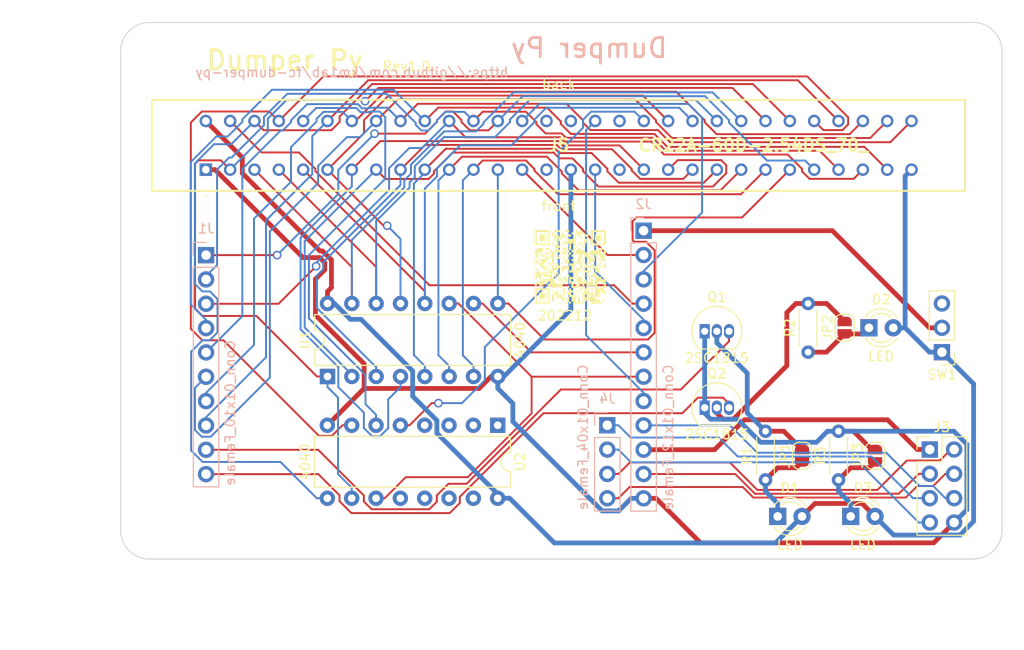
<source format=kicad_pcb>
(kicad_pcb (version 20211014) (generator pcbnew)
  (title_block (date "15 nov 2012"))
  (layers (0 "F.Cu" signal) (31 "B.Cu" signal) (34 "B.Paste" user) (35 "F.Paste" user) (36 "B.SilkS" user "B.Silkscreen") (37 "F.SilkS" user "F.Silkscreen") (38 "B.Mask" user) (39 "F.Mask" user) (44 "Edge.Cuts" user))
  (net 0 "")
  (net 1 "GND")
  (net 2 "ADR11")
  (net 3 "ADR10")
  (net 4 "ADR9")
  (net 5 "ADR8")
  (net 6 "ADR7")
  (net 7 "ADR6")
  (net 8 "ADR5")
  (net 9 "ADR4")
  (net 10 "ADR3")
  (net 11 "ADR2")
  (net 12 "CLK")
  (net 13 "CLR")
  (net 14 "ADR1")
  (net 15 "ADR0")
  (net 16 "Net-(D1-Pad1)")
  (net 17 "Net-(D2-Pad1)")
  (net 18 "PWR")
  (net 19 "DA0")
  (net 20 "DA1")
  (net 21 "DA2")
  (net 22 "DA3")
  (net 23 "ADR12")
  (net 24 "ADR13")
  (net 25 "ADR14")
  (net 26 "DA7")
  (net 27 "DA6")
  (net 28 "DA5")
  (net 29 "DA4")
  (net 30 "Net-(D3-Pad1)")
  (net 36 "PWM0")
  (net 37 "PWM1")
  (net 38 "EIO_2")
  (net 39 "PWR3")
  (net 40 "EIO_1")
  (net 41 "EIO_0")
  (net 42 "VIN")
  (net 43 "OE")
  (net 44 "CS")
  (net 45 "WE")
  (net 46 "PPURD")
  (net 56 "PPUWR")
  (net 57 "EXT")
  (net 58 "EIO_4")
  (net 59 "EIO_3")
  (net 60 "Net-(JP1-Pad2)")
  (net 61 "Net-(JP2-Pad2)")
  (net 62 "/PPU{slash}A13")
  (footprint "Connector_PinHeader_2.54mm:PinHeader_2x04_P2.54mm_Vertical" (layer "F.Cu") (at 184.455 88.57)
    (fp_text reference "J3")
    (fp_text value "Conn_02x04_Odd_Even")
  )
  (footprint "MountingHole:MountingHole_2.7mm_M2.5" (layer "F.Cu") (at 161.5 47.5)
    (fp_text reference "MH2" hide)
    (fp_text value "MountingHole_2.7mm_M2.5" hide)
  )
  (footprint "Jumper:SolderJumper-2_P1.3mm_Open_RoundedPad1.0x1.5mm" (layer "F.Cu") (at 175.565 75.855 90)
    (fp_text reference "JP2")
    (fp_text value "SolderJumper_2_Open")
  )
  (footprint "Connector_PinHeader_2.54mm:PinHeader_1x03_P2.54mm_Vertical" (layer "F.Cu") (at 185.725 78.41 180)
    (fp_text reference "SW1")
    (fp_text value "SW_SPDT")
  )
  (footprint "SamacSys_Parts:QR_code_8_5" (layer "F.Cu") (at 146.99 69.52)
    (fp_text reference "G***" hide)
    (fp_text value "LOGO" hide)
  )
  (footprint "LED_THT:LED_D3.0mm" (layer "F.Cu") (at 168.58 95.555)
    (fp_text reference "D1")
    (fp_text value "LED")
  )
  (footprint "Resistor_THT:R_Axial_DIN0204_L3.6mm_D1.6mm_P5.08mm_Horizontal" (layer "F.Cu") (at 171.755 78.41 90)
    (fp_text reference "R2")
    (fp_text value "R")
  )
  (footprint "Package_TO_SOT_THT:TO-92_Inline" (layer "F.Cu") (at 160.96 84.21)
    (fp_text reference "Q2")
    (fp_text value "2SC1815")
  )
  (footprint "Resistor_THT:R_Axial_DIN0204_L3.6mm_D1.6mm_P5.08mm_Horizontal" (layer "F.Cu") (at 174.93 91.745 90)
    (fp_text reference "R3")
    (fp_text value "R")
  )
  (footprint "LED_THT:LED_D3.0mm" (layer "F.Cu") (at 178.105 75.87)
    (fp_text reference "D2")
    (fp_text value "LED")
  )
  (footprint "MountingHole:MountingHole_2.7mm_M2.5" (layer "F.Cu") (at 103.5 96.5)
    (fp_text reference "MH3" hide)
    (fp_text value "MountingHole_2.7mm_M2.5" hide)
  )
  (footprint "SamacSys_Parts:CR22A60D254DS70" (layer "F.Cu") (at 108.89 59.36)
    (fp_text reference "J5")
    (fp_text value "CR22A-60D-2.54DS_70_")
  )
  (footprint "MountingHole:MountingHole_2.7mm_M2.5" (layer "F.Cu") (at 103.5 47.5)
    (fp_text reference "MH1" hide)
    (fp_text value "MountingHole_2.7mm_M2.5" hide)
  )
  (footprint "Jumper:SolderJumper-2_P1.3mm_Open_RoundedPad1.0x1.5mm" (layer "F.Cu") (at 171.12 89.22 90)
    (fp_text reference "JP1")
    (fp_text value "SolderJumper_2_Open")
  )
  (footprint "Package_TO_SOT_THT:TO-92_Inline" (layer "F.Cu") (at 160.96 76.23)
    (fp_text reference "Q1")
    (fp_text value "2SC1815")
  )
  (footprint "Resistor_THT:R_Axial_DIN0204_L3.6mm_D1.6mm_P5.08mm_Horizontal" (layer "F.Cu") (at 167.31 91.745 90)
    (fp_text reference "R1")
    (fp_text value "R")
  )
  (footprint "Package_DIP:DIP-16_W7.62mm" (layer "F.Cu") (at 121.59 80.95 90)
    (fp_text reference "U1")
    (fp_text value "4040")
  )
  (footprint "MountingHole:MountingHole_2.7mm_M2.5" (layer "F.Cu") (at 161.5 96.5)
    (fp_text reference "MH4" hide)
    (fp_text value "MountingHole_2.7mm_M2.5" hide)
  )
  (footprint "Jumper:SolderJumper-2_P1.3mm_Open_RoundedPad1.0x1.5mm" (layer "F.Cu") (at 178.74 89.22 90)
    (fp_text reference "JP3")
    (fp_text value "SolderJumper_2_Open")
  )
  (footprint "Package_DIP:DIP-16_W7.62mm" (layer "F.Cu") (at 139.355 86.04 -90)
    (fp_text reference "U2")
    (fp_text value "4040")
  )
  (footprint "LED_THT:LED_D3.0mm" (layer "F.Cu") (at 176.2 95.555)
    (fp_text reference "D3")
    (fp_text value "LED")
  )
  (footprint "Connector_PinSocket_2.54mm:PinSocket_1x10_P2.54mm_Vertical" (layer "B.Cu") (at 108.915 68.28 180)
    (fp_text reference "J1")
    (fp_text value "Conn_01x10_Female")
  )
  (footprint "Connector_PinSocket_2.54mm:PinSocket_1x12_P2.54mm_Vertical" (layer "B.Cu") (at 154.585 65.73 180)
    (fp_text reference "J2")
    (fp_text value "Conn_01x12_Female")
  )
  (footprint "Connector_PinSocket_2.54mm:PinSocket_1x04_P2.54mm_Vertical" (layer "B.Cu") (at 150.8 86.04 180)
    (fp_text reference "J4")
    (fp_text value "Conn_01x04_Female")
  )
  (gr_arc (start 189 44) (mid 191.12132 44.87868) (end 192 47) (layer "Edge.Cuts") (width 0.1))
  (gr_line (start 162 44) (end 188.9 44) (layer "Edge.Cuts") (width 0.1))
  (gr_line (start 192 97) (end 192 47) (layer "Edge.Cuts") (width 0.1))
  (gr_line (start 100 47) (end 100 63) (layer "Edge.Cuts") (width 0.1))
  (gr_arc (start 103 100) (mid 100.87868 99.12132) (end 100 97) (layer "Edge.Cuts") (width 0.1))
  (gr_line (start 188.9 100) (end 189 100) (layer "Edge.Cuts") (width 0.1))
  (gr_line (start 103 100) (end 162 100) (layer "Edge.Cuts") (width 0.1))
  (gr_line (start 162 100) (end 188.9 100) (layer "Edge.Cuts") (width 0.1))
  (gr_arc (start 192 97) (mid 191.12132 99.12132) (end 189 100) (layer "Edge.Cuts") (width 0.1))
  (gr_arc (start 100 47) (mid 100.87868 44.87868) (end 103 44) (layer "Edge.Cuts") (width 0.1))
  (gr_line (start 100 63) (end 100 81) (layer "Edge.Cuts") (width 0.1))
  (gr_line (start 100 81) (end 100 97) (layer "Edge.Cuts") (width 0.1))
  (gr_line (start 188.9 44) (end 189 44) (layer "Edge.Cuts") (width 0.1))
  (gr_line (start 162 44) (end 103 44) (layer "Edge.Cuts") (width 0.1))
  (gr_text "https://github.com/km1ab/fc-dumper-py" (at 124.13 49.2) (layer "B.SilkS") (effects (font (size 1 1)) (justify mirror)))
  (gr_text "Dumper Py" (at 148.895 46.66) (layer "B.SilkS") (effects (font (size 2 2) (thickness 0.3)) (justify mirror)))
  (gr_text "front" (at 145.72 63.17) (layer "F.SilkS") (effects (font (size 1 1))))
  (gr_text "Rev1.0" (at 129.845 48.565) (layer "F.SilkS") (effects (font (size 1 1))))
  (gr_text "back" (at 145.72 50.47) (layer "F.SilkS") (effects (font (size 1 1))))
  (gr_text "Dumper Py" (at 117.145 47.93) (layer "F.SilkS") (effects (font (size 2 2) (thickness 0.3))))
  (gr_text "202212" (at 146.355 74.6) (layer "F.SilkS") (effects (font (size 1 1))))
  (segment (start 160.5279 98.3128) (end 184.8722 98.3128) (width 0.5) (layer "F.Cu") (net 1))
  (segment (start 139.37 80.95) (end 138.6669 80.95) (width 0.5) (layer "F.Cu") (net 1))
  (segment (start 125.4149 79.633) (end 120.3333 74.5514) (width 0.5) (layer "F.Cu") (net 1))
  (segment (start 119.0341 68.5415) (end 109.8526 59.36) (width 0.5) (layer "F.Cu") (net 1))
  (segment (start 109.8526 59.36) (end 108.89 59.36) (width 0.5) (layer "F.Cu") (net 1))
  (segment (start 120.3333 74.5514) (end 120.3333 70.7835) (width 0.5) (layer "F.Cu") (net 1))
  (segment (start 137.4168 82.2001) (end 125.4149 82.2001) (width 0.5) (layer "F.Cu") (net 1))
  (segment (start 154.585 93.67) (end 155.8851 93.67) (width 0.5) (layer "F.Cu") (net 1))
  (segment (start 176.4934 86.665) (end 174.93 86.665) (width 0.5) (layer "F.Cu") (net 1))
  (segment (start 120.3333 70.7835) (end 121.3023 69.8145) (width 0.5) (layer "F.Cu") (net 1))
  (segment (start 155.8851 93.67) (end 160.5279 98.3128) (width 0.5) (layer "F.Cu") (net 1))
  (segment (start 138.6669 80.95) (end 137.4168 82.2001) (width 0.5) (layer "F.Cu") (net 1))
  (segment (start 121.3023 69.0687) (end 120.7751 68.5415) (width 0.5) (layer "F.Cu") (net 1))
  (segment (start 184.8722 98.3128) (end 186.995 96.19) (width 0.5) (layer "F.Cu") (net 1))
  (segment (start 178.3984 88.57) (end 176.4934 86.665) (width 0.5) (layer "F.Cu") (net 1))
  (segment (start 121.575 86.04) (end 125.4149 82.2001) (width 0.5) (layer "F.Cu") (net 1))
  (segment (start 120.7751 68.5415) (end 119.0341 68.5415) (width 0.5) (layer "F.Cu") (net 1))
  (segment (start 121.3023 69.8145) (end 121.3023 69.0687) (width 0.5) (layer "F.Cu") (net 1))
  (segment (start 178.74 88.57) (end 178.3984 88.57) (width 0.5) (layer "F.Cu") (net 1))
  (segment (start 125.4149 82.2001) (end 125.4149 79.633) (width 0.5) (layer "F.Cu") (net 1))
  (segment (start 160.96 76.23) (end 160.96 84.21) (width 0.5) (layer "B.Cu") (net 1))
  (segment (start 161.595 85.4101) (end 160.96 84.7751) (width 0.5) (layer "B.Cu") (net 1))
  (segment (start 166.7957 87.8177) (end 164.3881 85.4101) (width 0.5) (layer "B.Cu") (net 1))
  (segment (start 140.9354 83.7655) (end 140.9354 85.6554) (width 0.5) (layer "B.Cu") (net 1))
  (segment (start 139.37 81.575) (end 139.37 82.2001) (width 0.5) (layer "B.Cu") (net 1))
  (segment (start 150.2618 94.9818) (end 151.9731 94.9818) (width 0.5) (layer "B.Cu") (net 1))
  (segment (start 188.3238 94.8612) (end 188.3238 88.0166) (width 0.5) (layer "B.Cu") (net 1))
  (segment (start 140.9354 85.6554) (end 150.2618 94.9818) (width 0.5) (layer "B.Cu") (net 1))
  (segment (start 188.3238 88.0166) (end 186.9722 86.665) (width 0.5) (layer "B.Cu") (net 1))
  (segment (start 172.6272 87.8177) (end 166.7957 87.8177) (width 0.5) (layer "B.Cu") (net 1))
  (segment (start 164.3881 85.4101) (end 161.595 85.4101) (width 0.5) (layer "B.Cu") (net 1))
  (segment (start 186.995 96.19) (end 188.3238 94.8612) (width 0.5) (layer "B.Cu") (net 1))
  (segment (start 139.37 80.95) (end 139.37 81.575) (width 0.5) (layer "B.Cu") (net 1))
  (segment (start 174.93 86.665) (end 173.7799 86.665) (width 0.5) (layer "B.Cu") (net 1))
  (segment (start 139.37 82.2001) (end 140.9354 83.7655) (width 0.5) (layer "B.Cu") (net 1))
  (segment (start 146.99 73.955) (end 146.99 59.36) (width 0.5) (layer "B.Cu") (net 1))
  (segment (start 186.9722 86.665) (end 174.93 86.665) (width 0.5) (layer "B.Cu") (net 1))
  (segment (start 173.7799 86.665) (end 172.6272 87.8177) (width 0.5) (layer "B.Cu") (net 1))
  (segment (start 151.9731 94.9818) (end 153.2849 93.67) (width 0.5) (layer "B.Cu") (net 1))
  (segment (start 154.585 93.67) (end 153.2849 93.67) (width 0.5) (layer "B.Cu") (net 1))
  (segment (start 139.37 81.575) (end 146.99 73.955) (width 0.5) (layer "B.Cu") (net 1))
  (segment (start 160.96 84.7751) (end 160.96 84.21) (width 0.5) (layer "B.Cu") (net 1))
  (segment (start 108.5526 74.63) (end 107.7648 73.8422) (width 0.2) (layer "F.Cu") (net 2))
  (segment (start 125.5137 52.2136) (end 126.8986 50.8287) (width 0.2) (layer "F.Cu") (net 2))
  (segment (start 107.7648 73.8422) (end 107.7648 58.7465) (width 0.2) (layer "F.Cu") (net 2))
  (segment (start 121.59 80.95) (end 120.4899 80.95) (width 0.2) (layer "F.Cu") (net 2))
  (segment (start 120.4899 80.95) (end 114.1699 74.63) (width 0.2) (layer "F.Cu") (net 2))
  (segment (start 110.4573 58.3873) (end 111.43 59.36) (width 0.2) (layer "F.Cu") (net 2))
  (segment (start 114.1699 74.63) (end 108.5526 74.63) (width 0.2) (layer "F.Cu") (net 2))
  (segment (start 107.7648 58.7465) (end 108.124 58.3873) (width 0.2) (layer "F.Cu") (net 2))
  (segment (start 163.8587 50.8287) (end 167.31 54.28) (width 0.2) (layer "F.Cu") (net 2))
  (segment (start 126.8986 50.8287) (end 163.8587 50.8287) (width 0.2) (layer "F.Cu") (net 2))
  (segment (start 108.124 58.3873) (end 110.4573 58.3873) (width 0.2) (layer "F.Cu") (net 2))
  (via (at 125.5137 52.2136) (size 0.9) (drill 0.6) (layers "F.Cu" "B.Cu") (net 2))
  (segment (start 122.6901 83.1502) (end 121.59 82.0501) (width 0.2) (layer "B.Cu") (net 2))
  (segment (start 115.3603 55.4297) (end 115.3603 54.0412) (width 0.2) (layer "B.Cu") (net 2))
  (segment (start 111.43 59.36) (end 115.3603 55.4297) (width 0.2) (layer "B.Cu") (net 2))
  (segment (start 117.3245 52.077) (end 125.3771 52.077) (width 0.2) (layer "B.Cu") (net 2))
  (segment (start 125.3771 52.077) (end 125.5137 52.2136) (width 0.2) (layer "B.Cu") (net 2))
  (segment (start 124.115 92.5599) (end 122.6901 91.135) (width 0.2) (layer "B.Cu") (net 2))
  (segment (start 124.115 93.66) (end 124.115 92.5599) (width 0.2) (layer "B.Cu") (net 2))
  (segment (start 122.6901 91.135) (end 122.6901 83.1502) (width 0.2) (layer "B.Cu") (net 2))
  (segment (start 121.59 80.95) (end 121.59 82.0501) (width 0.2) (layer "B.Cu") (net 2))
  (segment (start 115.3603 54.0412) (end 117.3245 52.077) (width 0.2) (layer "B.Cu") (net 2))
  (segment (start 124.13 69.52) (end 113.97 59.36) (width 0.2) (layer "F.Cu") (net 3))
  (segment (start 124.13 73.33) (end 124.13 69.52) (width 0.2) (layer "F.Cu") (net 3))
  (segment (start 130.3016 58.8348) (end 130.3016 59.7844) (width 0.2) (layer "B.Cu") (net 3))
  (segment (start 164.77 54.28) (end 161.7869 51.2969) (width 0.2) (layer "B.Cu") (net 3))
  (segment (start 133.7742 55.3622) (end 130.3016 58.8348) (width 0.2) (layer "B.Cu") (net 3))
  (segment (start 130.3016 59.7844) (end 129.6102 60.4758) (width 0.2) (layer "B.Cu") (net 3))
  (segment (start 137.0925 55.3622) (end 133.7742 55.3622) (width 0.2) (layer "B.Cu") (net 3))
  (segment (start 141.0055 51.2969) (end 137.8817 54.4207) (width 0.2) (layer "B.Cu") (net 3))
  (segment (start 129.6102 61.2133) (end 124.13 66.6935) (width 0.2) (layer "B.Cu") (net 3))
  (segment (start 137.8817 54.573) (end 137.0925 55.3622) (width 0.2) (layer "B.Cu") (net 3))
  (segment (start 161.7869 51.2969) (end 141.0055 51.2969) (width 0.2) (layer "B.Cu") (net 3))
  (segment (start 129.6102 60.4758) (end 129.6102 61.2133) (width 0.2) (layer "B.Cu") (net 3))
  (segment (start 137.8817 54.4207) (end 137.8817 54.573) (width 0.2) (layer "B.Cu") (net 3))
  (segment (start 124.13 66.6935) (end 124.13 73.33) (width 0.2) (layer "B.Cu") (net 3))
  (segment (start 126.67 69.52) (end 116.51 59.36) (width 0.2) (layer "F.Cu") (net 4))
  (segment (start 126.67 73.33) (end 126.67 72.2299) (width 0.2) (layer "F.Cu") (net 4))
  (segment (start 126.67 72.2299) (end 126.67 69.52) (width 0.2) (layer "F.Cu") (net 4))
  (segment (start 133.74 55.9623) (end 130.7017 59.0006) (width 0.2) (layer "B.Cu") (net 4))
  (segment (start 130.7017 60.1499) (end 130.1602 60.6914) (width 0.2) (layer "B.Cu") (net 4))
  (segment (start 130.1602 61.2291) (end 126.6701 64.7192) (width 0.2) (layer "B.Cu") (net 4))
  (segment (start 142.6691 52.0971) (end 140.64 54.1262) (width 0.2) (layer "B.Cu") (net 4))
  (segment (start 140.64 54.4007) (end 139.0784 55.9623) (width 0.2) (layer "B.Cu") (net 4))
  (segment (start 130.1602 60.6914) (end 130.1602 61.2291) (width 0.2) (layer "B.Cu") (net 4))
  (segment (start 126.6701 64.7192) (end 126.6701 72.2299) (width 0.2) (layer "B.Cu") (net 4))
  (segment (start 139.0784 55.9623) (end 133.74 55.9623) (width 0.2) (layer "B.Cu") (net 4))
  (segment (start 160.0471 52.0971) (end 142.6691 52.0971) (width 0.2) (layer "B.Cu") (net 4))
  (segment (start 126.67 73.33) (end 126.67 72.2299) (width 0.2) (layer "B.Cu") (net 4))
  (segment (start 130.7017 59.0006) (end 130.7017 60.1499) (width 0.2) (layer "B.Cu") (net 4))
  (segment (start 140.64 54.1262) (end 140.64 54.4007) (width 0.2) (layer "B.Cu") (net 4))
  (segment (start 162.23 54.28) (end 160.0471 52.0971) (width 0.2) (layer "B.Cu") (net 4))
  (segment (start 126.6701 72.2299) (end 126.67 72.2299) (width 0.2) (layer "B.Cu") (net 4))
  (segment (start 131.75 73.33) (end 131.75 72.06) (width 0.2) (layer "F.Cu") (net 5))
  (segment (start 131.75 72.06) (end 119.05 59.36) (width 0.2) (layer "F.Cu") (net 5))
  (segment (start 158.3073 52.8973) (end 159.69 54.28) (width 0.2) (layer "B.Cu") (net 5))
  (segment (start 143.18 54.1387) (end 144.4214 52.8973) (width 0.2) (layer "B.Cu") (net 5))
  (segment (start 144.4214 52.8973) (end 158.3073 52.8973) (width 0.2) (layer "B.Cu") (net 5))
  (segment (start 133.02 59.2369) (end 135.4369 56.82) (width 0.2) (layer "B.Cu") (net 5))
  (segment (start 143.18 54.4085) (end 143.18 54.1387) (width 0.2) (layer "B.Cu") (net 5))
  (segment (start 131.75 61.3341) (end 133.02 60.0641) (width 0.2) (layer "B.Cu") (net 5))
  (segment (start 133.02 60.0641) (end 133.02 59.2369) (width 0.2) (layer "B.Cu") (net 5))
  (segment (start 135.4369 56.82) (end 140.7685 56.82) (width 0.2) (layer "B.Cu") (net 5))
  (segment (start 140.7685 56.82) (end 143.18 54.4085) (width 0.2) (layer "B.Cu") (net 5))
  (segment (start 131.75 73.33) (end 131.75 61.3341) (width 0.2) (layer "B.Cu") (net 5))
  (segment (start 121.59 59.36) (end 127.4355 65.2055) (width 0.2) (layer "F.Cu") (net 6))
  (segment (start 125.4001 54.188) (end 125.4001 55.5499) (width 0.2) (layer "F.Cu") (net 6))
  (segment (start 154.4989 51.6289) (end 127.9592 51.6289) (width 0.2) (layer "F.Cu") (net 6))
  (segment (start 127.9592 51.6289) (end 125.4001 54.188) (width 0.2) (layer "F.Cu") (net 6))
  (segment (start 157.15 54.28) (end 154.4989 51.6289) (width 0.2) (layer "F.Cu") (net 6))
  (segment (start 125.4001 55.5499) (end 121.59 59.36) (width 0.2) (layer "F.Cu") (net 6))
  (segment (start 127.4355 65.2055) (end 127.8203 65.2055) (width 0.2) (layer "F.Cu") (net 6))
  (via (at 127.8203 65.2055) (size 0.9) (drill 0.6) (layers "F.Cu" "B.Cu") (net 6))
  (segment (start 129.21 66.5952) (end 127.8203 65.2055) (width 0.2) (layer "B.Cu") (net 6))
  (segment (start 129.21 73.33) (end 129.21 66.5952) (width 0.2) (layer "B.Cu") (net 6))
  (segment (start 124.13 59.36) (end 127.1098 56.3802) (width 0.2) (layer "F.Cu") (net 7))
  (segment (start 145.6903 56.3802) (end 146.1407 56.8306) (width 0.2) (layer "F.Cu") (net 7))
  (segment (start 127.1098 56.3802) (end 145.6903 56.3802) (width 0.2) (layer "F.Cu") (net 7))
  (segment (start 152.0806 56.8306) (end 154.61 59.36) (width 0.2) (layer "F.Cu") (net 7))
  (segment (start 146.1407 56.8306) (end 152.0806 56.8306) (width 0.2) (layer "F.Cu") (net 7))
  (segment (start 127.0791 87.1886) (end 126.2469 87.1886) (width 0.2) (layer "B.Cu") (net 7))
  (segment (start 129.21 80.95) (end 129.21 82.0501) (width 0.2) (layer "B.Cu") (net 7))
  (segment (start 122.7185 82.0538) (end 122.7185 79.9732) (width 0.2) (layer "B.Cu") (net 7))
  (segment (start 129.21 82.0501) (end 127.925 83.3351) (width 0.2) (layer "B.Cu") (net 7))
  (segment (start 118.7782 66.4599) (end 124.13 61.1081) (width 0.2) (layer "B.Cu") (net 7))
  (segment (start 118.7782 76.0329) (end 118.7782 66.4599) (width 0.2) (layer "B.Cu") (net 7))
  (segment (start 124.13 61.1081) (end 124.13 59.36) (width 0.2) (layer "B.Cu") (net 7))
  (segment (start 122.7185 79.9732) (end 118.7782 76.0329) (width 0.2) (layer "B.Cu") (net 7))
  (segment (start 127.925 83.3351) (end 127.925 86.3427) (width 0.2) (layer "B.Cu") (net 7))
  (segment (start 125.385 86.3267) (end 125.385 84.7203) (width 0.2) (layer "B.Cu") (net 7))
  (segment (start 126.2469 87.1886) (end 125.385 86.3267) (width 0.2) (layer "B.Cu") (net 7))
  (segment (start 127.925 86.3427) (end 127.0791 87.1886) (width 0.2) (layer "B.Cu") (net 7))
  (segment (start 125.385 84.7203) (end 122.7185 82.0538) (width 0.2) (layer "B.Cu") (net 7))
  (segment (start 134.6464 57.5805) (end 145.1933 57.5805) (width 0.2) (layer "F.Cu") (net 8))
  (segment (start 149.8626 61.1223) (end 161.8205 61.1223) (width 0.2) (layer "F.Cu") (net 8))
  (segment (start 132.7007 59.5262) (end 134.6464 57.5805) (width 0.2) (layer "F.Cu") (net 8))
  (segment (start 145.1933 57.5805) (end 145.7942 58.1814) (width 0.2) (layer "F.Cu") (net 8))
  (segment (start 163.2095 59.7333) (end 163.2095 58.8939) (width 0.2) (layer "F.Cu") (net 8))
  (segment (start 132.1523 60.3324) (end 132.7007 59.784) (width 0.2) (layer "F.Cu") (net 8))
  (segment (start 162.6808 58.3652) (end 158.1448 58.3652) (width 0.2) (layer "F.Cu") (net 8))
  (segment (start 145.7942 58.1814) (end 147.161 58.1814) (width 0.2) (layer "F.Cu") (net 8))
  (segment (start 132.7007 59.784) (end 132.7007 59.5262) (width 0.2) (layer "F.Cu") (net 8))
  (segment (start 148.26 59.2804) (end 148.26 59.5197) (width 0.2) (layer "F.Cu") (net 8))
  (segment (start 127.6424 60.3324) (end 132.1523 60.3324) (width 0.2) (layer "F.Cu") (net 8))
  (segment (start 147.161 58.1814) (end 148.26 59.2804) (width 0.2) (layer "F.Cu") (net 8))
  (segment (start 148.26 59.5197) (end 149.8626 61.1223) (width 0.2) (layer "F.Cu") (net 8))
  (segment (start 161.8205 61.1223) (end 163.2095 59.7333) (width 0.2) (layer "F.Cu") (net 8))
  (segment (start 158.1448 58.3652) (end 157.15 59.36) (width 0.2) (layer "F.Cu") (net 8))
  (segment (start 126.67 59.36) (end 127.6424 60.3324) (width 0.2) (layer "F.Cu") (net 8))
  (segment (start 163.2095 58.8939) (end 162.6808 58.3652) (width 0.2) (layer "F.Cu") (net 8))
  (segment (start 124.13 80.7567) (end 119.2107 75.8374) (width 0.2) (layer "B.Cu") (net 8))
  (segment (start 124.13 80.95) (end 124.13 80.7567) (width 0.2) (layer "B.Cu") (net 8))
  (segment (start 119.2107 66.8193) (end 126.67 59.36) (width 0.2) (layer "B.Cu") (net 8))
  (segment (start 119.2107 75.8374) (end 119.2107 66.8193) (width 0.2) (layer "B.Cu") (net 8))
  (segment (start 153.3401 59.2813) (end 153.3401 59.4491) (width 0.2) (layer "F.Cu") (net 9))
  (segment (start 153.3401 59.4491) (end 154.2131 60.3221) (width 0.2) (layer "F.Cu") (net 9))
  (segment (start 145.975 57.2307) (end 151.2895 57.2307) (width 0.2) (layer "F.Cu") (net 9))
  (segment (start 158.7279 60.3221) (end 159.69 59.36) (width 0.2) (layer "F.Cu") (net 9))
  (segment (start 151.2895 57.2307) (end 153.3401 59.2813) (width 0.2) (layer "F.Cu") (net 9))
  (segment (start 154.2131 60.3221) (end 158.7279 60.3221) (width 0.2) (layer "F.Cu") (net 9))
  (segment (start 131.7897 56.7803) (end 145.5246 56.7803) (width 0.2) (layer "F.Cu") (net 9))
  (segment (start 129.21 59.36) (end 131.7897 56.7803) (width 0.2) (layer "F.Cu") (net 9))
  (segment (start 145.5246 56.7803) (end 145.975 57.2307) (width 0.2) (layer "F.Cu") (net 9))
  (segment (start 126.67 80.95) (end 126.67 79.8499) (width 0.2) (layer "B.Cu") (net 9))
  (segment (start 126.67 79.8499) (end 126.5325 79.8499) (width 0.2) (layer "B.Cu") (net 9))
  (segment (start 120.4589 73.7763) (end 120.4589 70.4457) (width 0.2) (layer "B.Cu") (net 9))
  (segment (start 126.5325 79.8499) (end 120.4589 73.7763) (width 0.2) (layer "B.Cu") (net 9))
  (segment (start 121.1523 69.7523) (end 121.1523 69.0192) (width 0.2) (layer "B.Cu") (net 9))
  (segment (start 129.21 60.9615) (end 129.21 59.36) (width 0.2) (layer "B.Cu") (net 9))
  (segment (start 120.4589 70.4457) (end 121.1523 69.7523) (width 0.2) (layer "B.Cu") (net 9))
  (segment (start 121.1523 69.0192) (end 129.21 60.9615) (width 0.2) (layer "B.Cu") (net 9))
  (segment (start 149.1552 57.6308) (end 150.8 59.2756) (width 0.2) (layer "F.Cu") (net 10))
  (segment (start 150.8 59.5344) (end 151.9878 60.7222) (width 0.2) (layer "F.Cu") (net 10))
  (segment (start 131.75 59.36) (end 133.9296 57.1804) (width 0.2) (layer "F.Cu") (net 10))
  (segment (start 160.8678 60.7222) (end 162.23 59.36) (width 0.2) (layer "F.Cu") (net 10))
  (segment (start 151.9878 60.7222) (end 160.8678 60.7222) (width 0.2) (layer "F.Cu") (net 10))
  (segment (start 145.8093 57.6308) (end 149.1552 57.6308) (width 0.2) (layer "F.Cu") (net 10))
  (segment (start 150.8 59.2756) (end 150.8 59.5344) (width 0.2) (layer "F.Cu") (net 10))
  (segment (start 133.9296 57.1804) (end 145.3589 57.1804) (width 0.2) (layer "F.Cu") (net 10))
  (segment (start 145.3589 57.1804) (end 145.8093 57.6308) (width 0.2) (layer "F.Cu") (net 10))
  (segment (start 131.75 80.95) (end 131.75 79.8499) (width 0.2) (layer "B.Cu") (net 10))
  (segment (start 130.6097 60.8078) (end 131.75 59.6675) (width 0.2) (layer "B.Cu") (net 10))
  (segment (start 130.6097 78.7096) (end 130.6097 60.8078) (width 0.2) (layer "B.Cu") (net 10))
  (segment (start 131.75 59.6675) (end 131.75 59.36) (width 0.2) (layer "B.Cu") (net 10))
  (segment (start 131.75 79.8499) (end 130.6097 78.7096) (width 0.2) (layer "B.Cu") (net 10))
  (segment (start 135.6414 58.0086) (end 144.4918 58.0086) (width 0.2) (layer "F.Cu") (net 11))
  (segment (start 162.6076 61.5224) (end 164.77 59.36) (width 0.2) (layer "F.Cu") (net 11))
  (segment (start 134.29 59.36) (end 135.6414 58.0086) (width 0.2) (layer "F.Cu") (net 11))
  (segment (start 144.4918 58.0086) (end 146.0399 59.5567) (width 0.2) (layer "F.Cu") (net 11))
  (segment (start 146.0399 59.5567) (end 146.0399 59.7535) (width 0.2) (layer "F.Cu") (net 11))
  (segment (start 147.8088 61.5224) (end 162.6076 61.5224) (width 0.2) (layer "F.Cu") (net 11))
  (segment (start 146.0399 59.7535) (end 147.8088 61.5224) (width 0.2) (layer "F.Cu") (net 11))
  (segment (start 134.29 79.8499) (end 133.1683 78.7282) (width 0.2) (layer "B.Cu") (net 11))
  (segment (start 133.1683 78.7282) (end 133.1683 60.4817) (width 0.2) (layer "B.Cu") (net 11))
  (segment (start 134.29 80.95) (end 134.29 79.8499) (width 0.2) (layer "B.Cu") (net 11))
  (segment (start 133.1683 60.4817) (end 134.29 59.36) (width 0.2) (layer "B.Cu") (net 11))
  (segment (start 142.8705 78.43) (end 137.7705 73.33) (width 0.2) (layer "F.Cu") (net 12))
  (segment (start 154.585 78.43) (end 142.8705 78.43) (width 0.2) (layer "F.Cu") (net 12))
  (segment (start 137.7705 73.33) (end 136.83 73.33) (width 0.2) (layer "F.Cu") (net 12))
  (segment (start 127.5583 93.66) (end 129.7598 91.4585) (width 0.2) (layer "F.Cu") (net 13))
  (segment (start 126.655 93.66) (end 127.5583 93.66) (width 0.2) (layer "F.Cu") (net 13))
  (segment (start 135.2539 73.33) (end 134.29 73.33) (width 0.2) (layer "F.Cu") (net 13))
  (segment (start 142.8939 84.7989) (end 142.8939 80.97) (width 0.2) (layer "F.Cu") (net 13))
  (segment (start 129.7598 91.4585) (end 136.2343 91.4585) (width 0.2) (layer "F.Cu") (net 13))
  (segment (start 136.2343 91.4585) (end 142.8939 84.7989) (width 0.2) (layer "F.Cu") (net 13))
  (segment (start 142.8939 80.97) (end 135.2539 73.33) (width 0.2) (layer "F.Cu") (net 13))
  (segment (start 154.585 80.97) (end 142.8939 80.97) (width 0.2) (layer "F.Cu") (net 13))
  (segment (start 137.7813 58.4087) (end 142.3075 58.4087) (width 0.2) (layer "F.Cu") (net 14))
  (segment (start 143.18 59.4482) (end 145.6543 61.9225) (width 0.2) (layer "F.Cu") (net 14))
  (segment (start 136.83 59.36) (end 137.7813 58.4087) (width 0.2) (layer "F.Cu") (net 14))
  (segment (start 143.18 59.2812) (end 143.18 59.4482) (width 0.2) (layer "F.Cu") (net 14))
  (segment (start 145.6543 61.9225) (end 164.7475 61.9225) (width 0.2) (layer "F.Cu") (net 14))
  (segment (start 142.3075 58.4087) (end 143.18 59.2812) (width 0.2) (layer "F.Cu") (net 14))
  (segment (start 164.7475 61.9225) (end 167.31 59.36) (width 0.2) (layer "F.Cu") (net 14))
  (segment (start 136.83 79.8499) (end 135.7187 78.7386) (width 0.2) (layer "B.Cu") (net 14))
  (segment (start 136.83 80.95) (end 136.83 79.8499) (width 0.2) (layer "B.Cu") (net 14))
  (segment (start 135.7187 60.4713) (end 136.83 59.36) (width 0.2) (layer "B.Cu") (net 14))
  (segment (start 135.7187 78.7386) (end 135.7187 60.4713) (width 0.2) (layer "B.Cu") (net 14))
  (segment (start 155.0416 77.0874) (end 155.7358 76.3932) (width 0.2) (layer "F.Cu") (net 15))
  (segment (start 139.37 73.33) (end 140.4701 73.33) (width 0.2) (layer "F.Cu") (net 15))
  (segment (start 153.6054 66.89) (end 153.4342 66.7188) (width 0.2) (layer "F.Cu") (net 15))
  (segment (start 153.8317 64.3488) (end 164.8612 64.3488) (width 0.2) (layer "F.Cu") (net 15))
  (segment (start 164.8612 64.3488) (end 169.85 59.36) (width 0.2) (layer "F.Cu") (net 15))
  (segment (start 154.843 66.89) (end 153.6054 66.89) (width 0.2) (layer "F.Cu") (net 15))
  (segment (start 153.4342 64.7463) (end 153.8317 64.3488) (width 0.2) (layer "F.Cu") (net 15))
  (segment (start 155.7358 76.3932) (end 155.7358 67.7828) (width 0.2) (layer "F.Cu") (net 15))
  (segment (start 153.4342 66.7188) (end 153.4342 64.7463) (width 0.2) (layer "F.Cu") (net 15))
  (segment (start 140.4701 73.33) (end 144.2275 77.0874) (width 0.2) (layer "F.Cu") (net 15))
  (segment (start 155.7358 67.7828) (end 154.843 66.89) (width 0.2) (layer "F.Cu") (net 15))
  (segment (start 144.2275 77.0874) (end 155.0416 77.0874) (width 0.2) (layer "F.Cu") (net 15))
  (segment (start 139.37 72.2299) (end 139.37 59.36) (width 0.2) (layer "B.Cu") (net 15))
  (segment (start 139.37 73.33) (end 139.37 72.2299) (width 0.2) (layer "B.Cu") (net 15))
  (segment (start 167.31 91.745) (end 168.58 90.475) (width 0.5) (layer "F.Cu") (net 16))
  (segment (start 170.515 90.475) (end 171.12 89.87) (width 0.5) (layer "F.Cu") (net 16))
  (segment (start 168.58 90.475) (end 170.515 90.475) (width 0.5) (layer "F.Cu") (net 16))
  (segment (start 167.31 91.745) (end 167.31 92.9349) (width 0.5) (layer "B.Cu") (net 16))
  (segment (start 168.58 95.555) (end 168.58 94.2049) (width 0.5) (layer "B.Cu") (net 16))
  (segment (start 167.31 92.9349) (end 168.58 94.2049) (width 0.5) (layer "B.Cu") (net 16))
  (segment (start 177.47 76.505) (end 175.565 76.505) (width 0.5) (layer "F.Cu") (net 17))
  (segment (start 178.105 75.87) (end 177.47 76.505) (width 0.5) (layer "F.Cu") (net 17))
  (segment (start 171.755 78.41) (end 173.66 78.41) (width 0.5) (layer "F.Cu") (net 17))
  (segment (start 173.66 78.41) (end 175.565 76.505) (width 0.5) (layer "F.Cu") (net 17))
  (segment (start 122.0024 71.6675) (end 122.0024 68.7786) (width 0.5) (layer "F.Cu") (net 18))
  (segment (start 178.74 95.555) (end 177.3898 94.2048) (width 0.5) (layer "F.Cu") (net 18))
  (segment (start 121.59 72.0799) (end 122.0024 71.6675) (width 0.5) (layer "F.Cu") (net 18))
  (segment (start 121.59 73.33) (end 121.59 72.0799) (width 0.5) (layer "F.Cu") (net 18))
  (segment (start 112.7 58.09) (end 108.89 54.28) (width 0.5) (layer "F.Cu") (net 18))
  (segment (start 172.4702 94.2048) (end 171.12 95.555) (width 0.5) (layer "F.Cu") (net 18))
  (segment (start 122.0024 68.7786) (end 121.0652 67.8414) (width 0.5) (layer "F.Cu") (net 18))
  (segment (start 112.7 59.7429) (end 112.7 58.09) (width 0.5) (layer "F.Cu") (net 18))
  (segment (start 120.7985 67.8414) (end 112.7 59.7429) (width 0.5) (layer "F.Cu") (net 18))
  (segment (start 177.3898 94.2048) (end 172.4702 94.2048) (width 0.5) (layer "F.Cu") (net 18))
  (segment (start 121.0652 67.8414) (end 120.7985 67.8414) (width 0.5) (layer "F.Cu") (net 18))
  (segment (start 180.645 75.87) (end 181.8849 75.87) (width 0.5) (layer "B.Cu") (net 18))
  (segment (start 121.59 73.33) (end 122.3221 73.33) (width 0.5) (layer "B.Cu") (net 18))
  (segment (start 181.8849 75.87) (end 181.8849 60.0251) (width 0.5) (layer "B.Cu") (net 18))
  (segment (start 180.6842 97.4992) (end 187.601 97.4992) (width 0.5) (layer "B.Cu") (net 18))
  (segment (start 181.8849 75.87) (end 184.4249 78.41) (width 0.5) (layer "B.Cu") (net 18))
  (segment (start 133.005 86.86) (end 139.805 93.66) (width 0.5) (layer "B.Cu") (net 18))
  (segment (start 125.0944 74.9837) (end 130.48 80.3693) (width 0.5) (layer "B.Cu") (net 18))
  (segment (start 185.725 78.41) (end 184.4249 78.41) (width 0.5) (layer "B.Cu") (net 18))
  (segment (start 139.805 93.66) (end 140.6051 93.66) (width 0.5) (layer "B.Cu") (net 18))
  (segment (start 139.355 93.66) (end 139.805 93.66) (width 0.5) (layer "B.Cu") (net 18))
  (segment (start 187.601 97.4992) (end 189.0279 96.0723) (width 0.5) (layer "B.Cu") (net 18))
  (segment (start 130.48 80.3693) (end 130.48 83.011) (width 0.5) (layer "B.Cu") (net 18))
  (segment (start 189.0279 96.0723) (end 189.0279 81.7129) (width 0.5) (layer "B.Cu") (net 18))
  (segment (start 168.3522 98.3228) (end 145.2679 98.3228) (width 0.5) (layer "B.Cu") (net 18))
  (segment (start 171.12 95.555) (end 168.3522 98.3228) (width 0.5) (layer "B.Cu") (net 18))
  (segment (start 130.48 83.011) (end 133.005 85.536) (width 0.5) (layer "B.Cu") (net 18))
  (segment (start 178.74 95.555) (end 180.6842 97.4992) (width 0.5) (layer "B.Cu") (net 18))
  (segment (start 145.2679 98.3228) (end 140.6051 93.66) (width 0.5) (layer "B.Cu") (net 18))
  (segment (start 122.3221 73.33) (end 123.9758 74.9837) (width 0.5) (layer "B.Cu") (net 18))
  (segment (start 123.9758 74.9837) (end 125.0944 74.9837) (width 0.5) (layer "B.Cu") (net 18))
  (segment (start 133.005 85.536) (end 133.005 86.86) (width 0.5) (layer "B.Cu") (net 18))
  (segment (start 189.0279 81.7129) (end 185.725 78.41) (width 0.5) (layer "B.Cu") (net 18))
  (segment (start 181.8849 60.0251) (end 182.55 59.36) (width 0.5) (layer "B.Cu") (net 18))
  (segment (start 135.56 54.3667) (end 135.56 54.1674) (width 0.2) (layer "F.Cu") (net 19))
  (segment (start 133.9234 53.2886) (end 133.02 54.192) (width 0.2) (layer "F.Cu") (net 19))
  (segment (start 133.02 54.192) (end 133.02 54.359) (width 0.2) (layer "F.Cu") (net 19))
  (segment (start 136.4448 55.2515) (end 135.56 54.3667) (width 0.2) (layer "F.Cu") (net 19))
  (segment (start 134.6812 53.2886) (end 133.9234 53.2886) (width 0.2) (layer "F.Cu") (net 19))
  (segment (start 133.02 54.359) (end 131.7769 55.6021) (width 0.2) (layer "F.Cu") (net 19))
  (segment (start 131.7769 55.6021) (end 126.5 55.6021) (width 0.2) (layer "F.Cu") (net 19))
  (segment (start 139.37 54.28) (end 138.3985 55.2515) (width 0.2) (layer "F.Cu") (net 19))
  (segment (start 135.56 54.1674) (end 134.6812 53.2886) (width 0.2) (layer "F.Cu") (net 19))
  (segment (start 108.915 68.28) (end 116.3319 68.28) (width 0.2) (layer "F.Cu") (net 19))
  (segment (start 138.3985 55.2515) (end 136.4448 55.2515) (width 0.2) (layer "F.Cu") (net 19))
  (via (at 116.3319 68.28) (size 0.9) (drill 0.6) (layers "F.Cu" "B.Cu") (net 19))
  (via (at 126.5 55.6021) (size 0.9) (drill 0.6) (layers "F.Cu" "B.Cu") (net 19))
  (segment (start 141.953 51.697) (end 139.37 54.28) (width 0.2) (layer "B.Cu") (net 19))
  (segment (start 172.39 59.36) (end 171.4398 58.4098) (width 0.2) (layer "B.Cu") (net 19))
  (segment (start 163.5 54.4485) (end 163.5 54.188) (width 0.2) (layer "B.Cu") (net 19))
  (segment (start 161.009 51.697) (end 141.953 51.697) (width 0.2) (layer "B.Cu") (net 19))
  (segment (start 122.7185 59.3836) (end 126.5 55.6021) (width 0.2) (layer "B.Cu") (net 19))
  (segment (start 116.3319 68.28) (end 122.7185 61.8934) (width 0.2) (layer "B.Cu") (net 19))
  (segment (start 171.4398 58.4098) (end 167.4613 58.4098) (width 0.2) (layer "B.Cu") (net 19))
  (segment (start 167.4613 58.4098) (end 163.5 54.4485) (width 0.2) (layer "B.Cu") (net 19))
  (segment (start 122.7185 61.8934) (end 122.7185 59.3836) (width 0.2) (layer "B.Cu") (net 19))
  (segment (start 163.5 54.188) (end 161.009 51.697) (width 0.2) (layer "B.Cu") (net 19))
  (segment (start 136.83 54.28) (end 137.7995 53.3105) (width 0.2) (layer "F.Cu") (net 20))
  (segment (start 146.4721 56.0304) (end 155.5423 56.0304) (width 0.2) (layer "F.Cu") (net 20))
  (segment (start 143.3892 54.6128) (end 144.3564 55.58) (width 0.2) (layer "F.Cu") (net 20))
  (segment (start 156.8931 57.3812) (end 172.9512 57.3812) (width 0.2) (layer "F.Cu") (net 20))
  (segment (start 155.5423 56.0304) (end 156.8931 57.3812) (width 0.2) (layer "F.Cu") (net 20))
  (segment (start 142.2929 53.3105) (end 143.3892 54.4068) (width 0.2) (layer "F.Cu") (net 20))
  (segment (start 172.9512 57.3812) (end 174.93 59.36) (width 0.2) (layer "F.Cu") (net 20))
  (segment (start 137.7995 53.3105) (end 142.2929 53.3105) (width 0.2) (layer "F.Cu") (net 20))
  (segment (start 143.3892 54.4068) (end 143.3892 54.6128) (width 0.2) (layer "F.Cu") (net 20))
  (segment (start 146.0217 55.58) (end 146.4721 56.0304) (width 0.2) (layer "F.Cu") (net 20))
  (segment (start 144.3564 55.58) (end 146.0217 55.58) (width 0.2) (layer "F.Cu") (net 20))
  (segment (start 114.9601 54.7184) (end 114.9601 53.8755) (width 0.2) (layer "B.Cu") (net 20))
  (segment (start 130.7998 54.6827) (end 131.3983 55.2812) (width 0.2) (layer "B.Cu") (net 20))
  (segment (start 135.8798 53.3298) (end 136.83 54.28) (width 0.2) (layer "B.Cu") (net 20))
  (segment (start 108.915 70.4606) (end 110.0651 69.3105) (width 0.2) (layer "B.Cu") (net 20))
  (segment (start 127.7607 51.4419) (end 130.7998 54.481) (width 0.2) (layer "B.Cu") (net 20))
  (segment (start 111.5885 58.09) (end 114.9601 54.7184) (width 0.2) (layer "B.Cu") (net 20))
  (segment (start 133.8921 53.3298) (end 135.8798 53.3298) (width 0.2) (layer "B.Cu") (net 20))
  (segment (start 133.0201 54.2018) (end 133.8921 53.3298) (width 0.2) (layer "B.Cu") (net 20))
  (segment (start 131.3983 55.2812) (end 132.1074 55.2812) (width 0.2) (layer "B.Cu") (net 20))
  (segment (start 110.0651 69.3105) (end 110.0651 59.355) (width 0.2) (layer "B.Cu") (net 20))
  (segment (start 132.1074 55.2812) (end 133.0201 54.3685) (width 0.2) (layer "B.Cu") (net 20))
  (segment (start 133.0201 54.3685) (end 133.0201 54.2018) (width 0.2) (layer "B.Cu") (net 20))
  (segment (start 108.915 70.82) (end 108.915 70.4606) (width 0.2) (layer "B.Cu") (net 20))
  (segment (start 130.7998 54.481) (end 130.7998 54.6827) (width 0.2) (layer "B.Cu") (net 20))
  (segment (start 111.3301 58.09) (end 111.5885 58.09) (width 0.2) (layer "B.Cu") (net 20))
  (segment (start 117.3937 51.4419) (end 127.7607 51.4419) (width 0.2) (layer "B.Cu") (net 20))
  (segment (start 114.9601 53.8755) (end 117.3937 51.4419) (width 0.2) (layer "B.Cu") (net 20))
  (segment (start 110.0651 59.355) (end 111.3301 58.09) (width 0.2) (layer "B.Cu") (net 20))
  (segment (start 171.12 59.2819) (end 171.12 59.539) (width 0.2) (layer "F.Cu") (net 21))
  (segment (start 156.7274 57.7813) (end 169.6194 57.7813) (width 0.2) (layer "F.Cu") (net 21))
  (segment (start 155.3766 56.4305) (end 156.7274 57.7813) (width 0.2) (layer "F.Cu") (net 21))
  (segment (start 134.29 54.28) (end 135.9901 55.9801) (width 0.2) (layer "F.Cu") (net 21))
  (segment (start 176.5118 60.3182) (end 177.47 59.36) (width 0.2) (layer "F.Cu") (net 21))
  (segment (start 135.9901 55.9801) (end 145.856 55.9801) (width 0.2) (layer "F.Cu") (net 21))
  (segment (start 146.3064 56.4305) (end 155.3766 56.4305) (width 0.2) (layer "F.Cu") (net 21))
  (segment (start 116.4838 73.36) (end 120.4022 69.4416) (width 0.2) (layer "F.Cu") (net 21))
  (segment (start 171.8992 60.3182) (end 176.5118 60.3182) (width 0.2) (layer "F.Cu") (net 21))
  (segment (start 108.915 73.36) (end 116.4838 73.36) (width 0.2) (layer "F.Cu") (net 21))
  (segment (start 145.856 55.9801) (end 146.3064 56.4305) (width 0.2) (layer "F.Cu") (net 21))
  (segment (start 171.12 59.539) (end 171.8992 60.3182) (width 0.2) (layer "F.Cu") (net 21))
  (segment (start 169.6194 57.7813) (end 171.12 59.2819) (width 0.2) (layer "F.Cu") (net 21))
  (via (at 120.4022 69.4416) (size 0.9) (drill 0.6) (layers "F.Cu" "B.Cu") (net 21))
  (segment (start 128.0204 61.4733) (end 128.0204 59.2048) (width 0.2) (layer "B.Cu") (net 21))
  (segment (start 120.4022 69.0915) (end 128.0204 61.4733) (width 0.2) (layer "B.Cu") (net 21))
  (segment (start 128.0204 59.2048) (end 130.1242 57.101) (width 0.2) (layer "B.Cu") (net 21))
  (segment (start 131.469 57.101) (end 134.29 54.28) (width 0.2) (layer "B.Cu") (net 21))
  (segment (start 130.1242 57.101) (end 131.469 57.101) (width 0.2) (layer "B.Cu") (net 21))
  (segment (start 120.4022 69.4416) (end 120.4022 69.0915) (width 0.2) (layer "B.Cu") (net 21))
  (segment (start 155.708 55.6303) (end 157.0588 56.9811) (width 0.2) (layer "F.Cu") (net 22))
  (segment (start 146.991 55.6303) (end 155.708 55.6303) (width 0.2) (layer "F.Cu") (net 22))
  (segment (start 131.75 54.28) (end 133.1416 52.8884) (width 0.2) (layer "F.Cu") (net 22))
  (segment (start 144.5017 52.8884) (end 145.9443 54.331) (width 0.2) (layer "F.Cu") (net 22))
  (segment (start 145.9443 54.331) (end 145.9443 54.5836) (width 0.2) (layer "F.Cu") (net 22))
  (segment (start 145.9443 54.5836) (end 146.991 55.6303) (width 0.2) (layer "F.Cu") (net 22))
  (segment (start 133.1416 52.8884) (end 144.5017 52.8884) (width 0.2) (layer "F.Cu") (net 22))
  (segment (start 177.6311 56.9811) (end 180.01 59.36) (width 0.2) (layer "F.Cu") (net 22))
  (segment (start 157.0588 56.9811) (end 177.6311 56.9811) (width 0.2) (layer "F.Cu") (net 22))
  (segment (start 108.915 75.26) (end 108.89 75.235) (width 0.2) (layer "B.Cu") (net 22))
  (segment (start 108.915 75.9) (end 108.915 75.26) (width 0.2) (layer "B.Cu") (net 22))
  (segment (start 109.984 55.9031) (end 111.1689 55.9031) (width 0.2) (layer "B.Cu") (net 22))
  (segment (start 108.89 75.235) (end 108.89 75.0124) (width 0.2) (layer "B.Cu") (net 22))
  (segment (start 128.4914 51.0214) (end 131.75 54.28) (width 0.2) (layer "B.Cu") (net 22))
  (segment (start 107.3138 73.4362) (end 107.3138 58.5733) (width 0.2) (layer "B.Cu") (net 22))
  (segment (start 115.7901 51.0214) (end 128.4914 51.0214) (width 0.2) (layer "B.Cu") (net 22))
  (segment (start 111.1689 55.9031) (end 112.7 54.372) (width 0.2) (layer "B.Cu") (net 22))
  (segment (start 107.3138 58.5733) (end 109.984 55.9031) (width 0.2) (layer "B.Cu") (net 22))
  (segment (start 112.7 54.1115) (end 115.7901 51.0214) (width 0.2) (layer "B.Cu") (net 22))
  (segment (start 108.89 75.0124) (end 107.3138 73.4362) (width 0.2) (layer "B.Cu") (net 22))
  (segment (start 112.7 54.372) (end 112.7 54.1115) (width 0.2) (layer "B.Cu") (net 22))
  (segment (start 126.2376 50.4286) (end 165.9986 50.4286) (width 0.2) (layer "F.Cu") (net 23))
  (segment (start 165.9986 50.4286) (end 169.85 54.28) (width 0.2) (layer "F.Cu") (net 23))
  (segment (start 113.97 54.28) (end 114.9333 55.2433) (width 0.2) (layer "F.Cu") (net 23))
  (segment (start 121.9982 55.2433) (end 122.86 54.3815) (width 0.2) (layer "F.Cu") (net 23))
  (segment (start 122.86 54.3815) (end 122.86 53.8062) (width 0.2) (layer "F.Cu") (net 23))
  (segment (start 122.86 53.8062) (end 126.2376 50.4286) (width 0.2) (layer "F.Cu") (net 23))
  (segment (start 114.9333 55.2433) (end 121.9982 55.2433) (width 0.2) (layer "F.Cu") (net 23))
  (segment (start 108.5539 89.87) (end 107.3548 88.6709) (width 0.2) (layer "B.Cu") (net 23))
  (segment (start 120.4749 93.66) (end 116.6849 89.87) (width 0.2) (layer "B.Cu") (net 23))
  (segment (start 110.1081 76.3513) (end 110.1081 72.8586) (width 0.2) (layer "B.Cu") (net 23))
  (segment (start 107.3548 88.6709) (end 107.3548 78.361) (width 0.2) (layer "B.Cu") (net 23))
  (segment (start 121.575 93.66) (end 120.4749 93.66) (width 0.2) (layer "B.Cu") (net 23))
  (segment (start 116.6849 89.87) (end 108.5539 89.87) (width 0.2) (layer "B.Cu") (net 23))
  (segment (start 107.7431 71.2816) (end 107.7431 58.7099) (width 0.2) (layer "B.Cu") (net 23))
  (segment (start 107.3548 78.361) (end 108.5458 77.17) (width 0.2) (layer "B.Cu") (net 23))
  (segment (start 109.2894 77.17) (end 110.1081 76.3513) (width 0.2) (layer "B.Cu") (net 23))
  (segment (start 109.3189 72.0694) (end 108.5309 72.0694) (width 0.2) (layer "B.Cu") (net 23))
  (segment (start 110.1081 72.8586) (end 109.3189 72.0694) (width 0.2) (layer "B.Cu") (net 23))
  (segment (start 108.5309 72.0694) (end 107.7431 71.2816) (width 0.2) (layer "B.Cu") (net 23))
  (segment (start 107.7431 58.7099) (end 109.7496 56.7034) (width 0.2) (layer "B.Cu") (net 23))
  (segment (start 108.5458 77.17) (end 109.2894 77.17) (width 0.2) (layer "B.Cu") (net 23))
  (segment (start 109.7496 56.7034) (end 111.5466 56.7034) (width 0.2) (layer "B.Cu") (net 23))
  (segment (start 111.5466 56.7034) (end 113.97 54.28) (width 0.2) (layer "B.Cu") (net 23))
  (segment (start 171.6656 49.6284) (end 121.1616 49.6284) (width 0.2) (layer "F.Cu") (net 24))
  (segment (start 123.1524 86.04) (end 122.0455 87.1469) (width 0.2) (layer "F.Cu") (net 24))
  (segment (start 107.3252 75.9746) (end 107.3252 54.4397) (width 0.2) (layer "F.Cu") (net 24))
  (segment (start 120.7006 87.1469) (end 110.7237 77.17) (width 0.2) (layer "F.Cu") (net 24))
  (segment (start 173.3402 55.2302) (end 175.3463 55.2302) (width 0.2) (layer "F.Cu") (net 24))
  (segment (start 108.5206 77.17) (end 107.3252 75.9746) (width 0.2) (layer "F.Cu") (net 24))
  (segment (start 110.7237 77.17) (end 108.5206 77.17) (width 0.2) (layer "F.Cu") (net 24))
  (segment (start 175.9333 54.6432) (end 175.9333 53.8961) (width 0.2) (layer "F.Cu") (net 24))
  (segment (start 172.39 54.28) (end 173.3402 55.2302) (width 0.2) (layer "F.Cu") (net 24))
  (segment (start 175.9333 53.8961) (end 171.6656 49.6284) (width 0.2) (layer "F.Cu") (net 24))
  (segment (start 108.4741 53.2908) (end 115.5208 53.2908) (width 0.2) (layer "F.Cu") (net 24))
  (segment (start 107.3252 54.4397) (end 108.4741 53.2908) (width 0.2) (layer "F.Cu") (net 24))
  (segment (start 115.5208 53.2908) (end 116.51 54.28) (width 0.2) (layer "F.Cu") (net 24))
  (segment (start 124.115 86.04) (end 123.1524 86.04) (width 0.2) (layer "F.Cu") (net 24))
  (segment (start 122.0455 87.1469) (end 120.7006 87.1469) (width 0.2) (layer "F.Cu") (net 24))
  (segment (start 121.1616 49.6284) (end 116.51 54.28) (width 0.2) (layer "F.Cu") (net 24))
  (segment (start 175.3463 55.2302) (end 175.9333 54.6432) (width 0.2) (layer "F.Cu") (net 24))
  (segment (start 125.0374 53.3638) (end 125.9901 53.3638) (width 0.2) (layer "B.Cu") (net 25))
  (segment (start 125.5549 80.7937) (end 125.5549 83.8398) (width 0.2) (layer "B.Cu") (net 25))
  (segment (start 119.6519 74.8907) (end 125.5549 80.7937) (width 0.2) (layer "B.Cu") (net 25))
  (segment (start 119.6519 68.2754) (end 119.6519 74.8907) (width 0.2) (layer "B.Cu") (net 25))
  (segment (start 125.9901 53.3638) (end 126.0584 53.2955) (width 0.2) (layer "B.Cu") (net 25))
  (segment (start 126.655 86.04) (end 126.655 84.9399) (width 0.2) (layer "B.Cu") (net 25))
  (segment (start 127.0296 53.2955) (end 127.6202 53.8861) (width 0.2) (layer "B.Cu") (net 25))
  (segment (start 124.5961 52.9225) (end 125.0374 53.3638) (width 0.2) (layer "B.Cu") (net 25))
  (segment (start 126.0584 53.2955) (end 127.0296 53.2955) (width 0.2) (layer "B.Cu") (net 25))
  (segment (start 120.4075 52.9225) (end 124.5961 52.9225) (width 0.2) (layer "B.Cu") (net 25))
  (segment (start 125.5549 83.8398) (end 126.655 84.9399) (width 0.2) (layer "B.Cu") (net 25))
  (segment (start 127.6202 60.3071) (end 119.6519 68.2754) (width 0.2) (layer "B.Cu") (net 25))
  (segment (start 119.05 54.28) (end 120.4075 52.9225) (width 0.2) (layer "B.Cu") (net 25))
  (segment (start 127.6202 53.8861) (end 127.6202 60.3071) (width 0.2) (layer "B.Cu") (net 25))
  (segment (start 125.8415 50.0285) (end 170.6785 50.0285) (width 0.2) (layer "F.Cu") (net 26))
  (segment (start 170.6785 50.0285) (end 174.93 54.28) (width 0.2) (layer "F.Cu") (net 26))
  (segment (start 121.59 54.28) (end 125.8415 50.0285) (width 0.2) (layer "F.Cu") (net 26))
  (segment (start 115.1724 64.6558) (end 115.1724 78.94) (width 0.2) (layer "B.Cu") (net 26))
  (segment (start 120.0002 59.828) (end 115.1724 64.6558) (width 0.2) (layer "B.Cu") (net 26))
  (segment (start 115.1724 78.94) (end 108.915 85.1974) (width 0.2) (layer "B.Cu") (net 26))
  (segment (start 120.0002 55.8698) (end 120.0002 59.828) (width 0.2) (layer "B.Cu") (net 26))
  (segment (start 108.915 85.1974) (end 108.915 86.06) (width 0.2) (layer "B.Cu") (net 26))
  (segment (start 121.59 54.28) (end 120.0002 55.8698) (width 0.2) (layer "B.Cu") (net 26))
  (segment (start 124.508 54.28) (end 127.5592 51.2288) (width 0.2) (layer "F.Cu") (net 27))
  (segment (start 160.96 54.2016) (end 160.96 54.4087) (width 0.2) (layer "F.Cu") (net 27))
  (segment (start 157.9872 51.2288) (end 160.96 54.2016) (width 0.2) (layer "F.Cu") (net 27))
  (segment (start 176.0926 55.6574) (end 177.47 54.28) (width 0.2) (layer "F.Cu") (net 27))
  (segment (start 124.13 54.28) (end 124.508 54.28) (width 0.2) (layer "F.Cu") (net 27))
  (segment (start 160.96 54.4087) (end 162.2087 55.6574) (width 0.2) (layer "F.Cu") (net 27))
  (segment (start 162.2087 55.6574) (end 176.0926 55.6574) (width 0.2) (layer "F.Cu") (net 27))
  (segment (start 127.5592 51.2288) (end 157.9872 51.2288) (width 0.2) (layer "F.Cu") (net 27))
  (segment (start 108.915 83.52) (end 108.915 82.6574) (width 0.2) (layer "B.Cu") (net 27))
  (segment (start 121.1693 53.3265) (end 123.1765 53.3265) (width 0.2) (layer "B.Cu") (net 27))
  (segment (start 113.9193 77.6531) (end 113.9193 64.4816) (width 0.2) (layer "B.Cu") (net 27))
  (segment (start 108.915 82.6574) (end 113.9193 77.6531) (width 0.2) (layer "B.Cu") (net 27))
  (segment (start 120.4511 54.0447) (end 121.1693 53.3265) (width 0.2) (layer "B.Cu") (net 27))
  (segment (start 113.9193 64.4816) (end 117.78 60.6209) (width 0.2) (layer "B.Cu") (net 27))
  (segment (start 120.4511 54.3377) (end 120.4511 54.0447) (width 0.2) (layer "B.Cu") (net 27))
  (segment (start 117.78 60.6209) (end 117.78 57.0088) (width 0.2) (layer "B.Cu") (net 27))
  (segment (start 117.78 57.0088) (end 120.4511 54.3377) (width 0.2) (layer "B.Cu") (net 27))
  (segment (start 123.1765 53.3265) (end 124.13 54.28) (width 0.2) (layer "B.Cu") (net 27))
  (segment (start 128.921 52.029) (end 126.67 54.28) (width 0.2) (layer "F.Cu") (net 28))
  (segment (start 155.88 54.3898) (end 155.88 54.2062) (width 0.2) (layer "F.Cu") (net 28))
  (segment (start 178.2325 56.0575) (end 157.5477 56.0575) (width 0.2) (layer "F.Cu") (net 28))
  (segment (start 157.5477 56.0575) (end 155.88 54.3898) (width 0.2) (layer "F.Cu") (net 28))
  (segment (start 153.7028 52.029) (end 128.921 52.029) (width 0.2) (layer "F.Cu") (net 28))
  (segment (start 180.01 54.28) (end 178.2325 56.0575) (width 0.2) (layer "F.Cu") (net 28))
  (segment (start 155.88 54.2062) (end 153.7028 52.029) (width 0.2) (layer "F.Cu") (net 28))
  (segment (start 109.4031 87.2354) (end 115.5725 81.066) (width 0.2) (layer "B.Cu") (net 28))
  (segment (start 124.984 55.966) (end 126.67 54.28) (width 0.2) (layer "B.Cu") (net 28))
  (segment (start 108.457 87.2354) (end 109.4031 87.2354) (width 0.2) (layer "B.Cu") (net 28))
  (segment (start 115.5725 65.8039) (end 120.6115 60.7649) (width 0.2) (layer "B.Cu") (net 28))
  (segment (start 108.915 80.98) (end 107.755 82.14) (width 0.2) (layer "B.Cu") (net 28))
  (segment (start 115.5725 81.066) (end 115.5725 65.8039) (width 0.2) (layer "B.Cu") (net 28))
  (segment (start 123.6113 55.966) (end 124.984 55.966) (width 0.2) (layer "B.Cu") (net 28))
  (segment (start 120.6115 58.9658) (end 123.6113 55.966) (width 0.2) (layer "B.Cu") (net 28))
  (segment (start 107.755 82.14) (end 107.755 86.5334) (width 0.2) (layer "B.Cu") (net 28))
  (segment (start 120.6115 60.7649) (end 120.6115 58.9658) (width 0.2) (layer "B.Cu") (net 28))
  (segment (start 107.755 86.5334) (end 108.457 87.2354) (width 0.2) (layer "B.Cu") (net 28))
  (segment (start 156.0736 55.2302) (end 157.34 56.4966) (width 0.2) (layer "F.Cu") (net 29))
  (segment (start 146.5388 52.4843) (end 148.2601 54.2056) (width 0.2) (layer "F.Cu") (net 29))
  (segment (start 180.3334 56.4966) (end 182.55 54.28) (width 0.2) (layer "F.Cu") (net 29))
  (segment (start 157.34 56.4966) (end 180.3334 56.4966) (width 0.2) (layer "F.Cu") (net 29))
  (segment (start 148.2601 54.4619) (end 149.0284 55.2302) (width 0.2) (layer "F.Cu") (net 29))
  (segment (start 131.0057 52.4843) (end 146.5388 52.4843) (width 0.2) (layer "F.Cu") (net 29))
  (segment (start 148.2601 54.2056) (end 148.2601 54.4619) (width 0.2) (layer "F.Cu") (net 29))
  (segment (start 129.21 54.28) (end 131.0057 52.4843) (width 0.2) (layer "F.Cu") (net 29))
  (segment (start 149.0284 55.2302) (end 156.0736 55.2302) (width 0.2) (layer "F.Cu") (net 29))
  (segment (start 124.7616 52.5222) (end 125.2031 52.9637) (width 0.2) (layer "B.Cu") (net 29))
  (segment (start 125.2031 52.9637) (end 125.8244 52.9637) (width 0.2) (layer "B.Cu") (net 29))
  (segment (start 116.6915 55.2844) (end 116.9085 55.2844) (width 0.2) (layer "B.Cu") (net 29))
  (segment (start 125.8927 52.8954) (end 127.8254 52.8954) (width 0.2) (layer "B.Cu") (net 29))
  (segment (start 117.78 54.2065) (end 119.4643 52.5222) (width 0.2) (layer "B.Cu") (net 29))
  (segment (start 108.915 78.44) (end 112.7 74.655) (width 0.2) (layer "B.Cu") (net 29))
  (segment (start 112.7 74.655) (end 112.7 59.2759) (width 0.2) (layer "B.Cu") (net 29))
  (segment (start 127.8254 52.8954) (end 129.21 54.28) (width 0.2) (layer "B.Cu") (net 29))
  (segment (start 112.7 59.2759) (end 116.6915 55.2844) (width 0.2) (layer "B.Cu") (net 29))
  (segment (start 125.8244 52.9637) (end 125.8927 52.8954) (width 0.2) (layer "B.Cu") (net 29))
  (segment (start 119.4643 52.5222) (end 124.7616 52.5222) (width 0.2) (layer "B.Cu") (net 29))
  (segment (start 117.78 54.4129) (end 117.78 54.2065) (width 0.2) (layer "B.Cu") (net 29))
  (segment (start 116.9085 55.2844) (end 117.78 54.4129) (width 0.2) (layer "B.Cu") (net 29))
  (segment (start 176.2 90.475) (end 178.135 90.475) (width 0.5) (layer "F.Cu") (net 30))
  (segment (start 174.93 91.745) (end 176.2 90.475) (width 0.5) (layer "F.Cu") (net 30))
  (segment (start 178.135 90.475) (end 178.74 89.87) (width 0.5) (layer "F.Cu") (net 30))
  (segment (start 174.93 92.9349) (end 174.93 91.745) (width 0.5) (layer "B.Cu") (net 30))
  (segment (start 176.2 95.555) (end 176.2 94.2049) (width 0.5) (layer "B.Cu") (net 30))
  (segment (start 176.2 94.2049) (end 174.93 92.9349) (width 0.5) (layer "B.Cu") (net 30))
  (segment (start 136.108 92.1505) (end 145.9534 82.3051) (width 0.2) (layer "F.Cu") (net 36))
  (segment (start 132.2208 94.8063) (end 133.005 94.0221) (width 0.2) (layer "F.Cu") (net 36))
  (segment (start 126.1919 94.8063) (end 132.2208 94.8063) (width 0.2) (layer "F.Cu") (net 36))
  (segment (start 120.6134 88.6) (end 125.385 93.3716) (width 0.2) (layer "F.Cu") (net 36))
  (segment (start 134.208 92.1505) (end 136.108 92.1505) (width 0.2) (layer "F.Cu") (net 36))
  (segment (start 125.385 93.9994) (end 126.1919 94.8063) (width 0.2) (layer "F.Cu") (net 36))
  (segment (start 133.005 94.0221) (end 133.005 93.3535) (width 0.2) (layer "F.Cu") (net 36))
  (segment (start 108.915 88.6) (end 120.6134 88.6) (width 0.2) (layer "F.Cu") (net 36))
  (segment (start 145.9534 82.3051) (end 158.475 82.3051) (width 0.2) (layer "F.Cu") (net 36))
  (segment (start 133.005 93.3535) (end 134.208 92.1505) (width 0.2) (layer "F.Cu") (net 36))
  (segment (start 163.5 76.23) (end 163.5 77.2801) (width 0.2) (layer "F.Cu") (net 36))
  (segment (start 158.475 82.3051) (end 163.5 77.2801) (width 0.2) (layer "F.Cu") (net 36))
  (segment (start 125.385 93.3716) (end 125.385 93.9994) (width 0.2) (layer "F.Cu") (net 36))
  (segment (start 163.5 83.7949) (end 162.865 83.1599) (width 0.2) (layer "F.Cu") (net 37))
  (segment (start 160.2501 83.1599) (end 158.63 84.78) (width 0.2) (layer "F.Cu") (net 37))
  (segment (start 162.865 83.1599) (end 160.2501 83.1599) (width 0.2) (layer "F.Cu") (net 37))
  (segment (start 122.845 93.3534) (end 120.6316 91.14) (width 0.2) (layer "F.Cu") (net 37))
  (segment (start 122.845 93.969) (end 122.845 93.3534) (width 0.2) (layer "F.Cu") (net 37))
  (segment (start 135.4035 93.5124) (end 135.4035 94.1524) (width 0.2) (layer "F.Cu") (net 37))
  (segment (start 124.0824 95.2064) (end 122.845 93.969) (width 0.2) (layer "F.Cu") (net 37))
  (segment (start 144.1359 84.78) (end 135.4035 93.5124) (width 0.2) (layer "F.Cu") (net 37))
  (segment (start 135.4035 94.1524) (end 134.3495 95.2064) (width 0.2) (layer "F.Cu") (net 37))
  (segment (start 134.3495 95.2064) (end 124.0824 95.2064) (width 0.2) (layer "F.Cu") (net 37))
  (segment (start 120.6316 91.14) (end 108.915 91.14) (width 0.2) (layer "F.Cu") (net 37))
  (segment (start 163.5 84.21) (end 163.5 83.7949) (width 0.2) (layer "F.Cu") (net 37))
  (segment (start 158.63 84.78) (end 144.1359 84.78) (width 0.2) (layer "F.Cu") (net 37))
  (segment (start 153.276 89.9059) (end 177.0208 89.9059) (width 0.2) (layer "B.Cu") (net 38))
  (segment (start 177.0208 89.9059) (end 183.3049 96.19) (width 0.2) (layer "B.Cu") (net 38))
  (segment (start 151.9501 88.58) (end 153.276 89.9059) (width 0.2) (layer "B.Cu") (net 38))
  (segment (start 184.455 96.19) (end 183.3049 96.19) (width 0.2) (layer "B.Cu") (net 38))
  (segment (start 150.8 88.58) (end 151.9501 88.58) (width 0.2) (layer "B.Cu") (net 38))
  (segment (start 155.8851 88.59) (end 161.9911 88.59) (width 0.5) (layer "F.Cu") (net 39))
  (segment (start 184.455 88.57) (end 183.1549 88.57) (width 0.5) (layer "F.Cu") (net 39))
  (segment (start 154.585 88.59) (end 155.8851 88.59) (width 0.5) (layer "F.Cu") (net 39))
  (segment (start 180.0506 85.4657) (end 183.1549 88.57) (width 0.5) (layer "F.Cu") (net 39))
  (segment (start 165.1154 85.4657) (end 180.0506 85.4657) (width 0.5) (layer "F.Cu") (net 39))
  (segment (start 161.9911 88.59) (end 165.1154 85.4657) (width 0.5) (layer "F.Cu") (net 39))
  (segment (start 151.9501 86.04) (end 153.2301 87.32) (width 0.2) (layer "B.Cu") (net 40))
  (segment (start 162.4235 87.32) (end 164.4076 89.3041) (width 0.2) (layer "B.Cu") (net 40))
  (segment (start 164.4076 89.3041) (end 178.3571 89.3041) (width 0.2) (layer "B.Cu") (net 40))
  (segment (start 150.8 86.04) (end 151.9501 86.04) (width 0.2) (layer "B.Cu") (net 40))
  (segment (start 182.703 93.65) (end 184.455 93.65) (width 0.2) (layer "B.Cu") (net 40))
  (segment (start 178.3571 89.3041) (end 182.703 93.65) (width 0.2) (layer "B.Cu") (net 40))
  (segment (start 153.2301 87.32) (end 162.4235 87.32) (width 0.2) (layer "B.Cu") (net 40))
  (segment (start 166.2043 93.1852) (end 181.2297 93.1852) (width 0.2) (layer "F.Cu") (net 41))
  (segment (start 181.2297 93.1852) (end 183.3049 91.11) (width 0.2) (layer "F.Cu") (net 41))
  (segment (start 184.455 91.11) (end 183.3049 91.11) (width 0.2) (layer "F.Cu") (net 41))
  (segment (start 154.585 91.13) (end 164.1491 91.13) (width 0.2) (layer "F.Cu") (net 41))
  (segment (start 164.1491 91.13) (end 166.2043 93.1852) (width 0.2) (layer "F.Cu") (net 41))
  (segment (start 174.2849 65.73) (end 184.4249 75.87) (width 0.5) (layer "F.Cu") (net 42))
  (segment (start 185.725 75.87) (end 184.4249 75.87) (width 0.5) (layer "F.Cu") (net 42))
  (segment (start 154.585 65.73) (end 174.2849 65.73) (width 0.5) (layer "F.Cu") (net 42))
  (segment (start 150.82 68.27) (end 141.91 59.36) (width 0.2) (layer "F.Cu") (net 43))
  (segment (start 154.585 68.27) (end 150.82 68.27) (width 0.2) (layer "F.Cu") (net 43))
  (segment (start 154.585 69.9474) (end 160.6892 63.8432) (width 0.2) (layer "B.Cu") (net 44))
  (segment (start 160.6892 53.9336) (end 159.2528 52.4972) (width 0.2) (layer "B.Cu") (net 44))
  (segment (start 159.2528 52.4972) (end 143.6928 52.4972) (width 0.2) (layer "B.Cu") (net 44))
  (segment (start 154.585 70.81) (end 154.585 69.9474) (width 0.2) (layer "B.Cu") (net 44))
  (segment (start 143.6928 52.4972) (end 141.91 54.28) (width 0.2) (layer "B.Cu") (net 44))
  (segment (start 160.6892 63.8432) (end 160.6892 53.9336) (width 0.2) (layer "B.Cu") (net 44))
  (segment (start 151.5092 71.4243) (end 132.2362 71.4243) (width 0.2) (layer "F.Cu") (net 45))
  (segment (start 118.609 57.5661) (end 114.7161 57.5661) (width 0.2) (layer "F.Cu") (net 45))
  (segment (start 120.32 59.5081) (end 120.32 59.2771) (width 0.2) (layer "F.Cu") (net 45))
  (segment (start 153.4349 73.35) (end 151.5092 71.4243) (width 0.2) (layer "F.Cu") (net 45))
  (segment (start 120.32 59.2771) (end 118.609 57.5661) (width 0.2) (layer "F.Cu") (net 45))
  (segment (start 132.2362 71.4243) (end 120.32 59.5081) (width 0.2) (layer "F.Cu") (net 45))
  (segment (start 154.585 73.35) (end 153.4349 73.35) (width 0.2) (layer "F.Cu") (net 45))
  (segment (start 114.7161 57.5661) (end 111.43 54.28) (width 0.2) (layer "F.Cu") (net 45))
  (segment (start 154.585 75.0274) (end 149.53 69.9724) (width 0.2) (layer "B.Cu") (net 46))
  (segment (start 154.585 75.89) (end 154.585 75.0274) (width 0.2) (layer "B.Cu") (net 46))
  (segment (start 149.53 69.9724) (end 149.53 59.36) (width 0.2) (layer "B.Cu") (net 46))
  (segment (start 148.5797 55.2303) (end 149.53 54.28) (width 0.2) (layer "B.Cu") (net 56))
  (segment (start 154.585 83.51) (end 154.585 82.6474) (width 0.2) (layer "B.Cu") (net 56))
  (segment (start 148.5797 76.6421) (end 148.5797 55.2303) (width 0.2) (layer "B.Cu") (net 56))
  (segment (start 154.585 82.6474) (end 148.5797 76.6421) (width 0.2) (layer "B.Cu") (net 56))
  (segment (start 163.5952 86.05) (end 154.585 86.05) (width 0.2) (layer "B.Cu") (net 57))
  (segment (start 186.995 93.65) (end 186.0832 93.65) (width 0.2) (layer "B.Cu") (net 57))
  (segment (start 179.9075 88.9039) (end 166.4491 88.9039) (width 0.2) (layer "B.Cu") (net 57))
  (segment (start 186.0832 93.65) (end 184.8132 92.38) (width 0.2) (layer "B.Cu") (net 57))
  (segment (start 184.8132 92.38) (end 183.3836 92.38) (width 0.2) (layer "B.Cu") (net 57))
  (segment (start 166.4491 88.9039) (end 163.5952 86.05) (width 0.2) (layer "B.Cu") (net 57))
  (segment (start 183.3836 92.38) (end 179.9075 88.9039) (width 0.2) (layer "B.Cu") (net 57))
  (segment (start 183.1494 92.38) (end 181.9441 93.5853) (width 0.2) (layer "F.Cu") (net 58))
  (segment (start 186.0832 91.11) (end 184.8132 92.38) (width 0.2) (layer "F.Cu") (net 58))
  (segment (start 186.995 91.11) (end 186.0832 91.11) (width 0.2) (layer "F.Cu") (net 58))
  (segment (start 166.0386 93.5853) (end 164.9391 92.4858) (width 0.2) (layer "F.Cu") (net 58))
  (segment (start 184.8132 92.38) (end 183.1494 92.38) (width 0.2) (layer "F.Cu") (net 58))
  (segment (start 164.9391 92.4858) (end 153.1243 92.4858) (width 0.2) (layer "F.Cu") (net 58))
  (segment (start 151.9501 93.66) (end 150.8 93.66) (width 0.2) (layer "F.Cu") (net 58))
  (segment (start 153.1243 92.4858) (end 151.9501 93.66) (width 0.2) (layer "F.Cu") (net 58))
  (segment (start 181.9441 93.5853) (end 166.0386 93.5853) (width 0.2) (layer "F.Cu") (net 58))
  (segment (start 153.1432 89.9269) (end 151.9501 91.12) (width 0.2) (layer "F.Cu") (net 59))
  (segment (start 166.4526 92.785) (end 163.5945 89.9269) (width 0.2) (layer "F.Cu") (net 59))
  (segment (start 151.9501 91.12) (end 150.8 91.12) (width 0.2) (layer "F.Cu") (net 59))
  (segment (start 186.6582 88.57) (end 185.508 89.7202) (width 0.2) (layer "F.Cu") (net 59))
  (segment (start 186.995 88.57) (end 186.6582 88.57) (width 0.2) (layer "F.Cu") (net 59))
  (segment (start 185.508 89.7202) (end 182.06 89.7202) (width 0.2) (layer "F.Cu") (net 59))
  (segment (start 182.06 89.7202) (end 178.9952 92.785) (width 0.2) (layer "F.Cu") (net 59))
  (segment (start 178.9952 92.785) (end 166.4526 92.785) (width 0.2) (layer "F.Cu") (net 59))
  (segment (start 163.5945 89.9269) (end 153.1432 89.9269) (width 0.2) (layer "F.Cu") (net 59))
  (segment (start 169.215 86.665) (end 171.12 88.57) (width 0.5) (layer "F.Cu") (net 60))
  (segment (start 167.31 86.665) (end 169.215 86.665) (width 0.5) (layer "F.Cu") (net 60))
  (segment (start 165.405 80.6051) (end 165.405 84.76) (width 0.5) (layer "B.Cu") (net 60))
  (segment (start 162.23 76.23) (end 162.23 77.4301) (width 0.5) (layer "B.Cu") (net 60))
  (segment (start 165.405 84.76) (end 167.31 86.665) (width 0.5) (layer "B.Cu") (net 60))
  (segment (start 162.23 77.4301) (end 165.405 80.6051) (width 0.5) (layer "B.Cu") (net 60))
  (segment (start 162.23 84.21) (end 162.23 84.7751) (width 0.5) (layer "F.Cu") (net 61))
  (segment (start 169.5302 79.8262) (end 169.5302 74.2848) (width 0.5) (layer "F.Cu") (net 61))
  (segment (start 162.23 84.7751) (end 162.865 85.4101) (width 0.5) (layer "F.Cu") (net 61))
  (segment (start 170.485 73.33) (end 171.755 73.33) (width 0.5) (layer "F.Cu") (net 61))
  (segment (start 162.865 85.4101) (end 163.9463 85.4101) (width 0.5) (layer "F.Cu") (net 61))
  (segment (start 173.69 73.33) (end 175.565 75.205) (width 0.5) (layer "F.Cu") (net 61))
  (segment (start 163.9463 85.4101) (end 169.5302 79.8262) (width 0.5) (layer "F.Cu") (net 61))
  (segment (start 169.5302 74.2848) (end 170.485 73.33) (width 0.5) (layer "F.Cu") (net 61))
  (segment (start 171.755 73.33) (end 173.69 73.33) (width 0.5) (layer "F.Cu") (net 61))
  (segment (start 129.195 86.04) (end 130.1576 86.04) (width 0.2) (layer "F.Cu") (net 62))
  (segment (start 132.4654 83.7322) (end 133.1686 83.7322) (width 0.2) (layer "F.Cu") (net 62))
  (segment (start 130.1576 86.04) (end 132.4654 83.7322) (width 0.2) (layer "F.Cu") (net 62))
  (via (at 133.1686 83.7322) (size 0.9) (drill 0.6) (layers "F.Cu" "B.Cu") (net 62))
  (segment (start 148.2601 54.984) (end 148.2601 54.1519) (width 0.2) (layer "B.Cu") (net 62))
  (segment (start 145.72 57.5241) (end 148.2601 54.984) (width 0.2) (layer "B.Cu") (net 62))
  (segment (start 145.72 70.1724) (end 145.72 57.5241) (width 0.2) (layer "B.Cu") (net 62))
  (segment (start 138.0136 77.8788) (end 145.72 70.1724) (width 0.2) (layer "B.Cu") (net 62))
  (segment (start 148.2601 54.1519) (end 149.1039 53.3081) (width 0.2) (layer "B.Cu") (net 62))
  (segment (start 135.6201 83.7322) (end 138.0136 81.3387) (width 0.2) (layer "B.Cu") (net 62))
  (segment (start 133.1686 83.7322) (end 135.6201 83.7322) (width 0.2) (layer "B.Cu") (net 62))
  (segment (start 153.6381 53.3081) (end 154.61 54.28) (width 0.2) (layer "B.Cu") (net 62))
  (segment (start 149.1039 53.3081) (end 153.6381 53.3081) (width 0.2) (layer "B.Cu") (net 62))
  (segment (start 138.0136 81.3387) (end 138.0136 77.8788) (width 0.2) (layer "B.Cu") (net 62))
)
</source>
